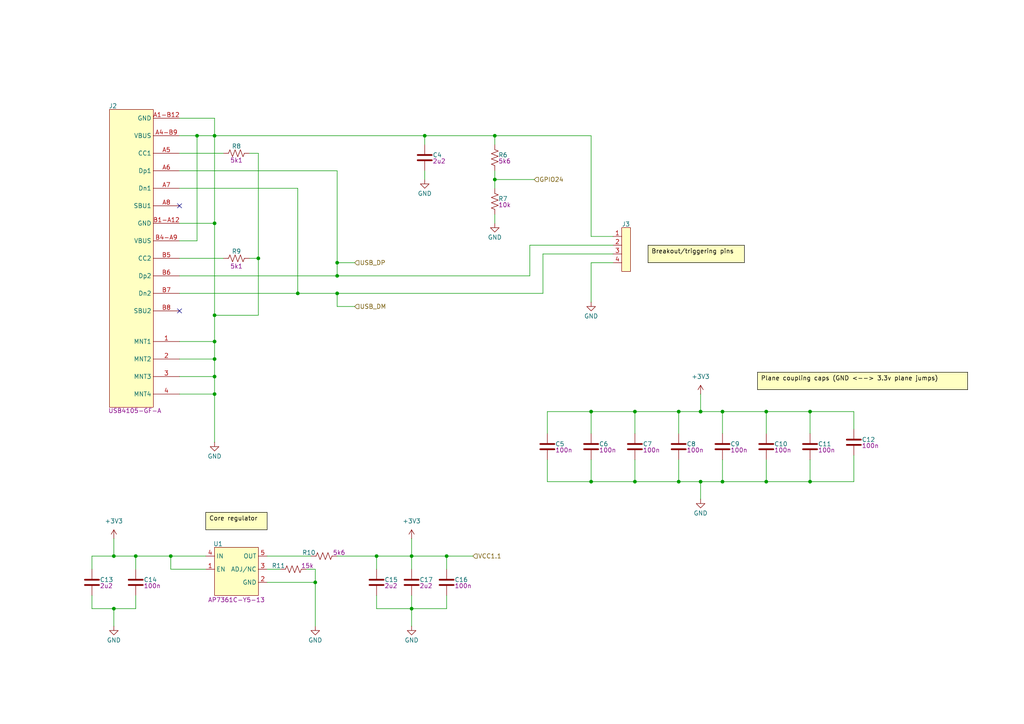
<source format=kicad_sch>
(kicad_sch (version 20231120) (generator "eeschema") (generator_version "8.0")
  (paper "A4")
  (lib_symbols
    (symbol "0603_Yageo_Res:RES_10k_0603" (pin_numbers hide)
      (property "Reference" "R" (at -20.32 5.08 0))
      (property "Display Value" "10k" (at 15.24 5.08 0))
      (symbol "RES_10k_0603_0_1"
        (polyline (pts (xy -2.286 0) (xy -2.54 0)))
        (polyline (pts (xy 2.286 0) (xy 2.54 0)))
        (polyline (pts (xy -2.286 0) (xy -1.905 1.016) (xy -1.524 0) (xy -1.143 -1.016) (xy -0.762 0)))
        (polyline (pts (xy -0.762 0) (xy -0.381 1.016) (xy 0 0) (xy 0.381 -1.016) (xy 0.762 0)))
        (polyline (pts (xy 0.762 0) (xy 1.143 1.016) (xy 1.524 0) (xy 1.905 -1.016) (xy 2.286 0)))
      )
      (symbol "RES_10k_0603_1_1"
        (pin passive line (at -3.81 0 0) (length 1.27) (name "~") (number "1"))
        (pin passive line (at 3.81 0 180) (length 1.27) (name "~") (number "2"))
      )
    )
    (symbol "0603_Yageo_Res:RES_15k_0603" (pin_numbers hide)
      (property "Reference" "R" (at -20.32 5.08 0))
      (property "Display Value" "15k" (at 15.24 5.08 0))
      (symbol "RES_15k_0603_0_1"
        (polyline (pts (xy -2.286 0) (xy -2.54 0)))
        (polyline (pts (xy 2.286 0) (xy 2.54 0)))
        (polyline (pts (xy -2.286 0) (xy -1.905 1.016) (xy -1.524 0) (xy -1.143 -1.016) (xy -0.762 0)))
        (polyline (pts (xy -0.762 0) (xy -0.381 1.016) (xy 0 0) (xy 0.381 -1.016) (xy 0.762 0)))
        (polyline (pts (xy 0.762 0) (xy 1.143 1.016) (xy 1.524 0) (xy 1.905 -1.016) (xy 2.286 0)))
      )
      (symbol "RES_15k_0603_1_1"
        (pin passive line (at -3.81 0 0) (length 1.27) (name "~") (number "1"))
        (pin passive line (at 3.81 0 180) (length 1.27) (name "~") (number "2"))
      )
    )
    (symbol "0603_Yageo_Res:RES_5k1_0603" (pin_numbers hide)
      (property "Reference" "R" (at -20.32 5.08 0))
      (property "Display Value" "5k1" (at 15.24 5.08 0))
      (symbol "RES_5k1_0603_0_1"
        (polyline (pts (xy -2.286 0) (xy -2.54 0)))
        (polyline (pts (xy 2.286 0) (xy 2.54 0)))
        (polyline (pts (xy -2.286 0) (xy -1.905 1.016) (xy -1.524 0) (xy -1.143 -1.016) (xy -0.762 0)))
        (polyline (pts (xy -0.762 0) (xy -0.381 1.016) (xy 0 0) (xy 0.381 -1.016) (xy 0.762 0)))
        (polyline (pts (xy 0.762 0) (xy 1.143 1.016) (xy 1.524 0) (xy 1.905 -1.016) (xy 2.286 0)))
      )
      (symbol "RES_5k1_0603_1_1"
        (pin passive line (at -3.81 0 0) (length 1.27) (name "~") (number "1"))
        (pin passive line (at 3.81 0 180) (length 1.27) (name "~") (number "2"))
      )
    )
    (symbol "0603_Yageo_Res:RES_5k6_0603" (pin_numbers hide)
      (property "Reference" "R" (at -20.32 5.08 0))
      (property "Display Value" "5k6" (at 15.24 5.08 0))
      (symbol "RES_5k6_0603_0_1"
        (polyline (pts (xy -2.286 0) (xy -2.54 0)))
        (polyline (pts (xy 2.286 0) (xy 2.54 0)))
        (polyline (pts (xy -2.286 0) (xy -1.905 1.016) (xy -1.524 0) (xy -1.143 -1.016) (xy -0.762 0)))
        (polyline (pts (xy -0.762 0) (xy -0.381 1.016) (xy 0 0) (xy 0.381 -1.016) (xy 0.762 0)))
        (polyline (pts (xy 0.762 0) (xy 1.143 1.016) (xy 1.524 0) (xy 1.905 -1.016) (xy 2.286 0)))
      )
      (symbol "RES_5k6_0603_1_1"
        (pin passive line (at -3.81 0 0) (length 1.27) (name "~") (number "1"))
        (pin passive line (at 3.81 0 180) (length 1.27) (name "~") (number "2"))
      )
    )
    (symbol "NAE_Connectors:FP-USB4105-GF-A-MF"
      (property "Reference" "J" (at -10.16 5.08 0))
      (property "Display Value" "USB4105-GF-A" (at -5.08 -86.36 0))
      (symbol "FP-USB4105-GF-A-MF_1_1"
        (rectangle (start -12.7 2.54) (end 0 -83.82) (fill (type background)))
        (pin unspecified line (at 7.62 -64.77 180) (length 7.62) (name "MNT1") (number "1"))
        (pin unspecified line (at 7.62 -69.85 180) (length 7.62) (name "MNT2") (number "2"))
        (pin unspecified line (at 7.62 -74.93 180) (length 7.62) (name "MNT3") (number "3"))
        (pin unspecified line (at 7.62 -80.01 180) (length 7.62) (name "MNT4") (number "4"))
        (pin unspecified line (at 7.62 0 180) (length 7.62) (name "GND") (number "A1-B12"))
        (pin unspecified line (at 7.62 -5.08 180) (length 7.62) (name "VBUS") (number "A4-B9"))
        (pin unspecified line (at 7.62 -10.16 180) (length 7.62) (name "CC1") (number "A5"))
        (pin unspecified line (at 7.62 -15.24 180) (length 7.62) (name "Dp1") (number "A6"))
        (pin unspecified line (at 7.62 -20.32 180) (length 7.62) (name "Dn1") (number "A7"))
        (pin unspecified line (at 7.62 -25.4 180) (length 7.62) (name "SBU1") (number "A8"))
        (pin unspecified line (at 7.62 -30.48 180) (length 7.62) (name "GND") (number "B1-A12"))
        (pin unspecified line (at 7.62 -35.56 180) (length 7.62) (name "VBUS") (number "B4-A9"))
        (pin unspecified line (at 7.62 -40.64 180) (length 7.62) (name "CC2") (number "B5"))
        (pin unspecified line (at 7.62 -45.72 180) (length 7.62) (name "Dp2") (number "B6"))
        (pin unspecified line (at 7.62 -50.8 180) (length 7.62) (name "Dn2") (number "B7"))
        (pin unspecified line (at 7.62 -55.88 180) (length 7.62) (name "SBU2") (number "B8"))
      )
    )
    (symbol "NAE_Connectors:VERT_HDR_4_2.54mm"
      (property "Reference" "J" (at -0.762 3.556 0))
      (symbol "VERT_HDR_4_2.54mm_1_1"
        (rectangle (start -1.27 2.54) (end 1.27 -10.16) (fill (type background)))
        (pin unspecified line (at -3.81 0 0) (length 2.54) (name "") (number "1"))
        (pin unspecified line (at -3.81 -2.54 0) (length 2.54) (name "") (number "2"))
        (pin unspecified line (at -3.81 -5.08 0) (length 2.54) (name "") (number "3"))
        (pin unspecified line (at -3.81 -7.62 0) (length 2.54) (name "") (number "4"))
      )
    )
    (symbol "NAE_Integrated_Circuits:AP7361C-Y5-13"
      (property "Reference" "U" (at -5.08 3.81 0))
      (property "Display Value" "AP7361C-Y5-13" (at 0 -12.7 0))
      (symbol "AP7361C-Y5-13_1_1"
        (rectangle (start -6.35 2.54) (end 6.35 -11.43) (fill (type background)))
        (pin unspecified line (at -8.89 -3.81 0) (length 2.54) (name "EN") (number "1"))
        (pin unspecified line (at 8.89 -7.62 180) (length 2.54) (name "GND") (number "2"))
        (pin unspecified line (at 8.89 -3.81 180) (length 2.54) (name "ADJ/NC") (number "3"))
        (pin unspecified line (at -8.89 0 0) (length 2.54) (name "IN") (number "4"))
        (pin unspecified line (at 8.89 0 180) (length 2.54) (name "OUT") (number "5"))
      )
    )
    (symbol "nae_caps:CAP_100n_6.3V_0603" (pin_numbers hide)
      (property "Reference" "C" (at -20.32 5.08 0))
      (property "Display Value" "100n" (at 15.24 5.08 0))
      (symbol "CAP_100n_6.3V_0603_0_1"
        (polyline (pts (xy -0.762 -2.032) (xy -0.762 2.032)) (stroke (width 0.508)))
        (polyline (pts (xy 0.762 -2.032) (xy 0.762 2.032)) (stroke (width 0.508)))
      )
      (symbol "CAP_100n_6.3V_0603_1_1"
        (pin passive line (at -3.81 0 0) (length 2.794) (name "~") (number "1"))
        (pin passive line (at 3.81 0 180) (length 2.794) (name "~") (number "2"))
      )
    )
    (symbol "nae_caps:CAP_2u2_6.3V_0603" (pin_numbers hide)
      (property "Reference" "C" (at -20.32 5.08 0))
      (property "Display Value" "2u2" (at 15.24 5.08 0))
      (symbol "CAP_2u2_6.3V_0603_0_1"
        (polyline (pts (xy -0.762 -2.032) (xy -0.762 2.032)) (stroke (width 0.508)))
        (polyline (pts (xy 0.762 -2.032) (xy 0.762 2.032)) (stroke (width 0.508)))
      )
      (symbol "CAP_2u2_6.3V_0603_1_1"
        (pin passive line (at -3.81 0 0) (length 2.794) (name "~") (number "1"))
        (pin passive line (at 3.81 0 180) (length 2.794) (name "~") (number "2"))
      )
    )
    (symbol "power:+3V3" (power) (pin_numbers hide) (pin_names (offset 0) hide)
      (property "Value" "+3V3" (at 0 3.556 0))
      (symbol "+3V3_0_1"
        (polyline (pts (xy -0.762 1.27) (xy 0 2.54)))
        (polyline (pts (xy 0 0) (xy 0 2.54)))
        (polyline (pts (xy 0 2.54) (xy 0.762 1.27)))
      )
      (symbol "+3V3_1_1"
        (pin power_in line (at 0 0 90) (length 0) (name "~") (number "1"))
      )
    )
    (symbol "power:GND" (power) (pin_numbers hide) (pin_names (offset 0) hide)
      (property "Value" "GND" (at 0 -3.81 0))
      (symbol "GND_0_1"
        (polyline (pts (xy 0 0) (xy 0 -1.27) (xy 1.27 -1.27) (xy 0 -2.54) (xy -1.27 -1.27) (xy 0 -1.27)))
      )
      (symbol "GND_1_1"
        (pin power_in line (at 0 0 270) (length 0) (name "~") (number "1"))
      )
    )
  )
  (junction (at 62.23 39.37))
  (junction (at 209.55 119.38))
  (junction (at 74.93 74.93))
  (junction (at 39.37 161.29))
  (junction (at 62.23 64.77))
  (junction (at 49.53 161.29))
  (junction (at 86.36 85.09))
  (junction (at 209.55 139.7))
  (junction (at 97.79 85.09))
  (junction (at 129.54 161.29))
  (junction (at 123.19 39.37))
  (junction (at 171.45 119.38))
  (junction (at 97.79 80.01))
  (junction (at 184.15 119.38))
  (junction (at 143.51 39.37))
  (junction (at 97.79 76.2))
  (junction (at 171.45 139.7))
  (junction (at 33.02 176.53))
  (junction (at 234.95 119.38))
  (junction (at 184.15 139.7))
  (junction (at 91.44 168.91))
  (junction (at 143.51 52.07))
  (junction (at 203.2 119.38))
  (junction (at 62.23 109.22))
  (junction (at 196.85 139.7))
  (junction (at 119.38 161.29))
  (junction (at 222.25 119.38))
  (junction (at 62.23 104.14))
  (junction (at 57.15 39.37))
  (junction (at 119.38 176.53))
  (junction (at 109.22 161.29))
  (junction (at 62.23 91.44))
  (junction (at 203.2 139.7))
  (junction (at 222.25 139.7))
  (junction (at 33.02 161.29))
  (junction (at 234.95 139.7))
  (junction (at 62.23 99.06))
  (junction (at 196.85 119.38))
  (junction (at 62.23 114.3))
  (no_connect (at 52.07 59.69))
  (no_connect (at 52.07 90.17))
  (wire (pts (xy 171.45 133.35) (xy 171.45 139.7)))
  (wire (pts (xy 52.07 74.93) (xy 64.77 74.93)))
  (wire (pts (xy 234.95 119.38) (xy 247.65 119.38)))
  (wire (pts (xy 247.65 139.7) (xy 247.65 132.08)))
  (wire (pts (xy 209.55 139.7) (xy 222.25 139.7)))
  (wire (pts (xy 153.67 71.12) (xy 153.67 80.01)))
  (wire (pts (xy 171.45 68.58) (xy 177.8 68.58)))
  (wire (pts (xy 39.37 176.53) (xy 39.37 172.72)))
  (wire (pts (xy 26.67 176.53) (xy 33.02 176.53)))
  (wire (pts (xy 209.55 119.38) (xy 209.55 125.73)))
  (wire (pts (xy 52.07 69.85) (xy 57.15 69.85)))
  (wire (pts (xy 196.85 133.35) (xy 196.85 139.7)))
  (wire (pts (xy 52.07 99.06) (xy 62.23 99.06)))
  (wire (pts (xy 247.65 119.38) (xy 247.65 124.46)))
  (wire (pts (xy 62.23 34.29) (xy 62.23 39.37)))
  (wire (pts (xy 77.47 165.1) (xy 81.28 165.1)))
  (wire (pts (xy 52.07 49.53) (xy 97.79 49.53)))
  (wire (pts (xy 88.9 165.1) (xy 91.44 165.1)))
  (wire (pts (xy 33.02 176.53) (xy 33.02 181.61)))
  (wire (pts (xy 109.22 161.29) (xy 119.38 161.29)))
  (wire (pts (xy 171.45 76.2) (xy 171.45 87.63)))
  (wire (pts (xy 97.79 85.09) (xy 157.48 85.09)))
  (wire (pts (xy 203.2 139.7) (xy 203.2 144.78)))
  (wire (pts (xy 129.54 161.29) (xy 129.54 165.1)))
  (wire (pts (xy 184.15 139.7) (xy 196.85 139.7)))
  (wire (pts (xy 62.23 64.77) (xy 62.23 91.44)))
  (wire (pts (xy 171.45 119.38) (xy 184.15 119.38)))
  (wire (pts (xy 119.38 161.29) (xy 129.54 161.29)))
  (wire (pts (xy 62.23 109.22) (xy 62.23 114.3)))
  (wire (pts (xy 26.67 161.29) (xy 26.67 165.1)))
  (wire (pts (xy 234.95 119.38) (xy 234.95 125.73)))
  (wire (pts (xy 52.07 104.14) (xy 62.23 104.14)))
  (wire (pts (xy 97.79 85.09) (xy 86.36 85.09)))
  (wire (pts (xy 119.38 172.72) (xy 119.38 176.53)))
  (wire (pts (xy 62.23 114.3) (xy 62.23 128.27)))
  (wire (pts (xy 72.39 44.45) (xy 74.93 44.45)))
  (wire (pts (xy 59.69 165.1) (xy 49.53 165.1)))
  (wire (pts (xy 97.79 161.29) (xy 109.22 161.29)))
  (wire (pts (xy 62.23 39.37) (xy 123.19 39.37)))
  (wire (pts (xy 62.23 104.14) (xy 62.23 109.22)))
  (wire (pts (xy 26.67 172.72) (xy 26.67 176.53)))
  (wire (pts (xy 97.79 80.01) (xy 97.79 76.2)))
  (wire (pts (xy 158.75 139.7) (xy 171.45 139.7)))
  (wire (pts (xy 52.07 109.22) (xy 62.23 109.22)))
  (wire (pts (xy 33.02 156.21) (xy 33.02 161.29)))
  (wire (pts (xy 177.8 76.2) (xy 171.45 76.2)))
  (wire (pts (xy 62.23 39.37) (xy 57.15 39.37)))
  (wire (pts (xy 119.38 176.53) (xy 129.54 176.53)))
  (wire (pts (xy 52.07 54.61) (xy 86.36 54.61)))
  (wire (pts (xy 74.93 74.93) (xy 72.39 74.93)))
  (wire (pts (xy 209.55 133.35) (xy 209.55 139.7)))
  (wire (pts (xy 97.79 76.2) (xy 102.87 76.2)))
  (wire (pts (xy 143.51 49.53) (xy 143.51 52.07)))
  (wire (pts (xy 77.47 168.91) (xy 91.44 168.91)))
  (wire (pts (xy 203.2 139.7) (xy 209.55 139.7)))
  (wire (pts (xy 97.79 76.2) (xy 97.79 49.53)))
  (wire (pts (xy 62.23 91.44) (xy 62.23 99.06)))
  (wire (pts (xy 157.48 73.66) (xy 177.8 73.66)))
  (wire (pts (xy 52.07 114.3) (xy 62.23 114.3)))
  (wire (pts (xy 39.37 161.29) (xy 39.37 165.1)))
  (wire (pts (xy 49.53 165.1) (xy 49.53 161.29)))
  (wire (pts (xy 74.93 44.45) (xy 74.93 74.93)))
  (wire (pts (xy 119.38 161.29) (xy 119.38 165.1)))
  (wire (pts (xy 196.85 119.38) (xy 203.2 119.38)))
  (wire (pts (xy 62.23 39.37) (xy 62.23 64.77)))
  (wire (pts (xy 222.25 139.7) (xy 234.95 139.7)))
  (wire (pts (xy 222.25 119.38) (xy 234.95 119.38)))
  (wire (pts (xy 123.19 39.37) (xy 123.19 41.91)))
  (wire (pts (xy 184.15 119.38) (xy 184.15 125.73)))
  (wire (pts (xy 171.45 39.37) (xy 171.45 68.58)))
  (wire (pts (xy 143.51 52.07) (xy 143.51 54.61)))
  (wire (pts (xy 109.22 172.72) (xy 109.22 176.53)))
  (wire (pts (xy 77.47 161.29) (xy 90.17 161.29)))
  (wire (pts (xy 171.45 119.38) (xy 171.45 125.73)))
  (wire (pts (xy 153.67 71.12) (xy 177.8 71.12)))
  (wire (pts (xy 196.85 139.7) (xy 203.2 139.7)))
  (wire (pts (xy 123.19 39.37) (xy 143.51 39.37)))
  (wire (pts (xy 91.44 168.91) (xy 91.44 181.61)))
  (wire (pts (xy 97.79 88.9) (xy 97.79 85.09)))
  (wire (pts (xy 97.79 88.9) (xy 102.87 88.9)))
  (wire (pts (xy 52.07 34.29) (xy 62.23 34.29)))
  (wire (pts (xy 109.22 161.29) (xy 109.22 165.1)))
  (wire (pts (xy 158.75 125.73) (xy 158.75 119.38)))
  (wire (pts (xy 26.67 161.29) (xy 33.02 161.29)))
  (wire (pts (xy 52.07 39.37) (xy 57.15 39.37)))
  (wire (pts (xy 143.51 39.37) (xy 171.45 39.37)))
  (wire (pts (xy 123.19 49.53) (xy 123.19 52.07)))
  (wire (pts (xy 196.85 119.38) (xy 196.85 125.73)))
  (wire (pts (xy 129.54 176.53) (xy 129.54 172.72)))
  (wire (pts (xy 184.15 119.38) (xy 196.85 119.38)))
  (wire (pts (xy 234.95 133.35) (xy 234.95 139.7)))
  (wire (pts (xy 59.69 161.29) (xy 49.53 161.29)))
  (wire (pts (xy 109.22 176.53) (xy 119.38 176.53)))
  (wire (pts (xy 153.67 80.01) (xy 97.79 80.01)))
  (wire (pts (xy 33.02 161.29) (xy 39.37 161.29)))
  (wire (pts (xy 171.45 139.7) (xy 184.15 139.7)))
  (wire (pts (xy 57.15 69.85) (xy 57.15 39.37)))
  (wire (pts (xy 143.51 39.37) (xy 143.51 41.91)))
  (wire (pts (xy 33.02 176.53) (xy 39.37 176.53)))
  (wire (pts (xy 222.25 119.38) (xy 222.25 125.73)))
  (wire (pts (xy 74.93 74.93) (xy 74.93 91.44)))
  (wire (pts (xy 52.07 85.09) (xy 86.36 85.09)))
  (wire (pts (xy 143.51 52.07) (xy 154.94 52.07)))
  (wire (pts (xy 52.07 80.01) (xy 97.79 80.01)))
  (wire (pts (xy 119.38 156.21) (xy 119.38 161.29)))
  (wire (pts (xy 184.15 133.35) (xy 184.15 139.7)))
  (wire (pts (xy 52.07 64.77) (xy 62.23 64.77)))
  (wire (pts (xy 74.93 91.44) (xy 62.23 91.44)))
  (wire (pts (xy 222.25 133.35) (xy 222.25 139.7)))
  (wire (pts (xy 91.44 165.1) (xy 91.44 168.91)))
  (wire (pts (xy 86.36 54.61) (xy 86.36 85.09)))
  (wire (pts (xy 158.75 119.38) (xy 171.45 119.38)))
  (wire (pts (xy 119.38 176.53) (xy 119.38 181.61)))
  (wire (pts (xy 129.54 161.29) (xy 137.16 161.29)))
  (wire (pts (xy 158.75 133.35) (xy 158.75 139.7)))
  (wire (pts (xy 49.53 161.29) (xy 39.37 161.29)))
  (wire (pts (xy 143.51 62.23) (xy 143.51 64.77)))
  (wire (pts (xy 157.48 85.09) (xy 157.48 73.66)))
  (wire (pts (xy 203.2 114.3) (xy 203.2 119.38)))
  (wire (pts (xy 52.07 44.45) (xy 64.77 44.45)))
  (wire (pts (xy 62.23 99.06) (xy 62.23 104.14)))
  (wire (pts (xy 234.95 139.7) (xy 247.65 139.7)))
  (wire (pts (xy 209.55 119.38) (xy 222.25 119.38)))
  (wire (pts (xy 203.2 119.38) (xy 209.55 119.38)))
  (text_box "Plane coupling caps (GND <--> 3.3v plane jumps)" (at 219.71 107.95 0) (size 60.96 5.08) (stroke (width 0) (color 0 0 0 1)) (fill (type color) (color 255 255 194 1)) (effects (font (size 1.27 1.27)) (justify left top)))
  (text_box "Breakout/triggering pins" (at 187.96 71.12 0) (size 27.94 5.08) (stroke (width 0) (color 0 0 0 1)) (fill (type color) (color 255 255 194 1)) (effects (font (size 1.27 1.27)) (justify left top)))
  (text_box "Core regulator" (at 59.69 148.59 0) (size 17.78 5.08) (stroke (width 0) (color 0 0 0 1)) (fill (type color) (color 255 255 194 1)) (effects (font (size 1.27 1.27)) (justify left top)))
  (hierarchical_label "GPIO24" (shape input) (at 154.94 52.07 0))
  (hierarchical_label "VCC1.1" (shape input) (at 137.16 161.29 0))
  (hierarchical_label "USB_DP" (shape input) (at 102.87 76.2 0))
  (hierarchical_label "USB_DM" (shape input) (at 102.87 88.9 0))
  (symbol (lib_id "power:GND") (at 203.2 144.78 0) (unit 1)
    (property "Reference" "#PWR010" (effects (hide yes)))
    (property "Value" "GND" (at 203.2 148.844 0))
    (property "Description" "Power symbol creates a global label with name \"GND\" , ground" (effects (hide yes)))
  )
  (symbol (lib_id "0603_Yageo_Res:RES_10k_0603") (at 143.51 58.42 90) (unit 1)
    (property "Reference" "R7" (at 144.526 57.6581 90) (effects (justify right)))
    (property "Value" "RES_10k_0603" (effects (hide yes)))
    (property "Footprint" "Resistor_SMD:R_0603_1608Metric" (effects (hide yes)))
    (property "Datasheet" "https://www.yageo.com/upload/media/product/products/datasheet/rchip/PYu-RC_Group_51_RoHS_L_12.pdf" (effects (hide yes)))
    (property "Description" "RES 10K OHM 1% 1/10W 0603" (effects (hide yes)))
    (property "Display Value" "10k" (at 144.526 59.436 90) (effects (justify right)))
    (property "Manufacturer" "YAGEO" (effects (hide yes)))
    (property "Manufacturer Part Number" "RC0603FR-0710KL" (effects (hide yes)))
    (property "Supplier 1" "DigiKey" (effects (hide yes)))
    (property "Supplier 1 Part Number" "311-10.0KHRCT-ND" (effects (hide yes)))
    (property "Supplier 2" "no_data" (effects (hide yes)))
    (property "Supplier 2 Part Number" "no_data" (effects (hide yes)))
  )
  (symbol (lib_id "nae_caps:CAP_100n_6.3V_0603") (at 222.25 129.54 90) (unit 1)
    (property "Reference" "C10" (at 224.536 128.7781 90) (effects (justify right)))
    (property "Value" "CAP_100n_6.3V_0603" (effects (hide yes)))
    (property "Footprint" "Capacitor_SMD:C_0603_1608Metric" (effects (hide yes)))
    (property "Datasheet" "https://www.yageo.com/upload/media/product/productsearch/datasheet/mlcc/UPY-GPHC_X7R_6.3V-to-250V_24.pdf" (effects (hide yes)))
    (property "Description" "CAP CER 0.1UF 6.3V X7R 0603" (effects (hide yes)))
    (property "Display Value" "100n" (at 224.536 130.556 90) (effects (justify right)))
    (property "Manufacturer" "YAGEO" (effects (hide yes)))
    (property "Manufacturer Part Number" "CC0603KRX7R5BB104" (effects (hide yes)))
    (property "Supplier 1" "DigiKey" (effects (hide yes)))
    (property "Supplier 1 Part Number" "13-CC0603KRX7R5BB104CT-ND" (effects (hide yes)))
    (property "Supplier 2" "no_data" (effects (hide yes)))
    (property "Supplier 2 Part Number" "no_data" (effects (hide yes)))
  )
  (symbol (lib_id "nae_caps:CAP_100n_6.3V_0603") (at 39.37 168.91 90) (unit 1)
    (property "Reference" "C14" (at 41.656 168.1481 90) (effects (justify right)))
    (property "Value" "CAP_100n_6.3V_0603" (effects (hide yes)))
    (property "Footprint" "Capacitor_SMD:C_0603_1608Metric" (effects (hide yes)))
    (property "Datasheet" "https://www.yageo.com/upload/media/product/productsearch/datasheet/mlcc/UPY-GPHC_X7R_6.3V-to-250V_24.pdf" (effects (hide yes)))
    (property "Description" "CAP CER 0.1UF 6.3V X7R 0603" (effects (hide yes)))
    (property "Display Value" "100n" (at 41.656 169.926 90) (effects (justify right)))
    (property "Manufacturer" "YAGEO" (effects (hide yes)))
    (property "Manufacturer Part Number" "CC0603KRX7R5BB104" (effects (hide yes)))
    (property "Supplier 1" "DigiKey" (effects (hide yes)))
    (property "Supplier 1 Part Number" "13-CC0603KRX7R5BB104CT-ND" (effects (hide yes)))
    (property "Supplier 2" "no_data" (effects (hide yes)))
    (property "Supplier 2 Part Number" "no_data" (effects (hide yes)))
  )
  (symbol (lib_id "nae_caps:CAP_2u2_6.3V_0603") (at 26.67 168.91 90) (unit 1)
    (property "Reference" "C13" (at 28.956 168.148 90) (effects (justify right)))
    (property "Value" "CAP_2u2_6.3V_0603" (effects (hide yes)))
    (property "Footprint" "Capacitor_SMD:C_0603_1608Metric" (effects (hide yes)))
    (property "Datasheet" "https://www.yageo.com/upload/media/product/productsearch/datasheet/mlcc/UPY-GPHC_X7R_6.3V-to-250V_24.pdf" (effects (hide yes)))
    (property "Description" "CAP CER 2.2UF 6.3V X7R 0603" (effects (hide yes)))
    (property "Display Value" "2u2" (at 28.956 169.926 90) (effects (justify right)))
    (property "Manufacturer" "YAGEO" (effects (hide yes)))
    (property "Manufacturer Part Number" "CC0603KRX7R5BB225" (effects (hide yes)))
    (property "Supplier 1" "DigiKey" (effects (hide yes)))
    (property "Supplier 1 Part Number" "311-1795-1-ND" (effects (hide yes)))
    (property "Supplier 2" "no_data" (effects (hide yes)))
    (property "Supplier 2 Part Number" "no_data" (effects (hide yes)))
  )
  (symbol (lib_id "nae_caps:CAP_100n_6.3V_0603") (at 129.54 168.91 90) (unit 1)
    (property "Reference" "C16" (at 131.826 168.1481 90) (effects (justify right)))
    (property "Value" "CAP_100n_6.3V_0603" (effects (hide yes)))
    (property "Footprint" "Capacitor_SMD:C_0603_1608Metric" (effects (hide yes)))
    (property "Datasheet" "https://www.yageo.com/upload/media/product/productsearch/datasheet/mlcc/UPY-GPHC_X7R_6.3V-to-250V_24.pdf" (effects (hide yes)))
    (property "Description" "CAP CER 0.1UF 6.3V X7R 0603" (effects (hide yes)))
    (property "Display Value" "100n" (at 131.826 169.926 90) (effects (justify right)))
    (property "Manufacturer" "YAGEO" (effects (hide yes)))
    (property "Manufacturer Part Number" "CC0603KRX7R5BB104" (effects (hide yes)))
    (property "Supplier 1" "DigiKey" (effects (hide yes)))
    (property "Supplier 1 Part Number" "13-CC0603KRX7R5BB104CT-ND" (effects (hide yes)))
    (property "Supplier 2" "no_data" (effects (hide yes)))
    (property "Supplier 2 Part Number" "no_data" (effects (hide yes)))
  )
  (symbol (lib_id "nae_caps:CAP_100n_6.3V_0603") (at 171.45 129.54 90) (unit 1)
    (property "Reference" "C6" (at 173.736 128.7781 90) (effects (justify right)))
    (property "Value" "CAP_100n_6.3V_0603" (effects (hide yes)))
    (property "Footprint" "Capacitor_SMD:C_0603_1608Metric" (effects (hide yes)))
    (property "Datasheet" "https://www.yageo.com/upload/media/product/productsearch/datasheet/mlcc/UPY-GPHC_X7R_6.3V-to-250V_24.pdf" (effects (hide yes)))
    (property "Description" "CAP CER 0.1UF 6.3V X7R 0603" (effects (hide yes)))
    (property "Display Value" "100n" (at 173.736 130.556 90) (effects (justify right)))
    (property "Manufacturer" "YAGEO" (effects (hide yes)))
    (property "Manufacturer Part Number" "CC0603KRX7R5BB104" (effects (hide yes)))
    (property "Supplier 1" "DigiKey" (effects (hide yes)))
    (property "Supplier 1 Part Number" "13-CC0603KRX7R5BB104CT-ND" (effects (hide yes)))
    (property "Supplier 2" "no_data" (effects (hide yes)))
    (property "Supplier 2 Part Number" "no_data" (effects (hide yes)))
  )
  (symbol (lib_id "power:+3V3") (at 33.02 156.21 0) (unit 1)
    (property "Reference" "#PWR013" (effects (hide yes)))
    (property "Value" "+3V3" (at 33.02 151.13 0))
    (property "Description" "Power symbol creates a global label with name \"+3V3\"" (effects (hide yes)))
  )
  (symbol (lib_id "NAE_Connectors:VERT_HDR_4_2.54mm") (at 181.61 68.58 0) (unit 1)
    (property "Reference" "J3" (at 180.34 65.024 0) (effects (justify left)))
    (property "Value" "HDR_4_2.54" (effects (hide yes)))
    (property "Footprint" "Connector_PinHeader_2.54mm:PinHeader_1x04_P2.54mm_Vertical" (effects (hide yes)))
    (property "Datasheet" "https://suddendocs.samtec.com/catalog_english/mtsw.pdf" (effects (hide yes)))
    (property "Description" "CONN HEADER VERT 4POS 2.54MM" (effects (hide yes)))
    (property "Display Value" "HDR" (effects (hide yes)))
    (property "Manufacturer" "Samtec Inc." (effects (hide yes)))
    (property "Manufacturer Part Number" "HMTSW-104-23-L-S-237" (effects (hide yes)))
    (property "Supplier 1" "DigiKey" (effects (hide yes)))
    (property "Supplier 1 Part Number" "612-HMTSW-104-23-L-S-237-ND" (effects (hide yes)))
  )
  (symbol (lib_id "nae_caps:CAP_100n_6.3V_0603") (at 209.55 129.54 90) (unit 1)
    (property "Reference" "C9" (at 211.836 128.7781 90) (effects (justify right)))
    (property "Value" "CAP_100n_6.3V_0603" (effects (hide yes)))
    (property "Footprint" "Capacitor_SMD:C_0603_1608Metric" (effects (hide yes)))
    (property "Datasheet" "https://www.yageo.com/upload/media/product/productsearch/datasheet/mlcc/UPY-GPHC_X7R_6.3V-to-250V_24.pdf" (effects (hide yes)))
    (property "Description" "CAP CER 0.1UF 6.3V X7R 0603" (effects (hide yes)))
    (property "Display Value" "100n" (at 211.836 130.556 90) (effects (justify right)))
    (property "Manufacturer" "YAGEO" (effects (hide yes)))
    (property "Manufacturer Part Number" "CC0603KRX7R5BB104" (effects (hide yes)))
    (property "Supplier 1" "DigiKey" (effects (hide yes)))
    (property "Supplier 1 Part Number" "13-CC0603KRX7R5BB104CT-ND" (effects (hide yes)))
    (property "Supplier 2" "no_data" (effects (hide yes)))
    (property "Supplier 2 Part Number" "no_data" (effects (hide yes)))
  )
  (symbol (lib_id "power:GND") (at 143.51 64.77 0) (unit 1)
    (property "Reference" "#PWR08" (effects (hide yes)))
    (property "Value" "GND" (at 143.51 68.834 0))
    (property "Description" "Power symbol creates a global label with name \"GND\" , ground" (effects (hide yes)))
  )
  (symbol (lib_id "power:GND") (at 91.44 181.61 0) (unit 1)
    (property "Reference" "#PWR014" (effects (hide yes)))
    (property "Value" "GND" (at 91.44 185.674 0))
    (property "Description" "Power symbol creates a global label with name \"GND\" , ground" (effects (hide yes)))
  )
  (symbol (lib_id "power:GND") (at 33.02 181.61 0) (unit 1)
    (property "Reference" "#PWR012" (effects (hide yes)))
    (property "Value" "GND" (at 33.02 185.674 0))
    (property "Description" "Power symbol creates a global label with name \"GND\" , ground" (effects (hide yes)))
  )
  (symbol (lib_id "nae_caps:CAP_100n_6.3V_0603") (at 196.85 129.54 90) (unit 1)
    (property "Reference" "C8" (at 199.136 128.7781 90) (effects (justify right)))
    (property "Value" "CAP_100n_6.3V_0603" (effects (hide yes)))
    (property "Footprint" "Capacitor_SMD:C_0603_1608Metric" (effects (hide yes)))
    (property "Datasheet" "https://www.yageo.com/upload/media/product/productsearch/datasheet/mlcc/UPY-GPHC_X7R_6.3V-to-250V_24.pdf" (effects (hide yes)))
    (property "Description" "CAP CER 0.1UF 6.3V X7R 0603" (effects (hide yes)))
    (property "Display Value" "100n" (at 199.136 130.556 90) (effects (justify right)))
    (property "Manufacturer" "YAGEO" (effects (hide yes)))
    (property "Manufacturer Part Number" "CC0603KRX7R5BB104" (effects (hide yes)))
    (property "Supplier 1" "DigiKey" (effects (hide yes)))
    (property "Supplier 1 Part Number" "13-CC0603KRX7R5BB104CT-ND" (effects (hide yes)))
    (property "Supplier 2" "no_data" (effects (hide yes)))
    (property "Supplier 2 Part Number" "no_data" (effects (hide yes)))
  )
  (symbol (lib_id "power:+3V3") (at 203.2 114.3 0) (unit 1)
    (property "Reference" "#PWR011" (effects (hide yes)))
    (property "Value" "+3V3" (at 203.2 109.22 0))
    (property "Description" "Power symbol creates a global label with name \"+3V3\"" (effects (hide yes)))
  )
  (symbol (lib_id "power:+3V3") (at 119.38 156.21 0) (unit 1)
    (property "Reference" "#PWR015" (effects (hide yes)))
    (property "Value" "+3V3" (at 119.38 151.13 0))
    (property "Description" "Power symbol creates a global label with name \"+3V3\"" (effects (hide yes)))
  )
  (symbol (lib_id "power:GND") (at 123.19 52.07 0) (unit 1)
    (property "Reference" "#PWR07" (effects (hide yes)))
    (property "Value" "GND" (at 123.19 56.134 0))
    (property "Description" "Power symbol creates a global label with name \"GND\" , ground" (effects (hide yes)))
  )
  (symbol (lib_id "nae_caps:CAP_100n_6.3V_0603") (at 158.75 129.54 90) (unit 1)
    (property "Reference" "C5" (at 161.036 128.7781 90) (effects (justify right)))
    (property "Value" "CAP_100n_6.3V_0603" (effects (hide yes)))
    (property "Footprint" "Capacitor_SMD:C_0603_1608Metric" (effects (hide yes)))
    (property "Datasheet" "https://www.yageo.com/upload/media/product/productsearch/datasheet/mlcc/UPY-GPHC_X7R_6.3V-to-250V_24.pdf" (effects (hide yes)))
    (property "Description" "CAP CER 0.1UF 6.3V X7R 0603" (effects (hide yes)))
    (property "Display Value" "100n" (at 161.036 130.556 90) (effects (justify right)))
    (property "Manufacturer" "YAGEO" (effects (hide yes)))
    (property "Manufacturer Part Number" "CC0603KRX7R5BB104" (effects (hide yes)))
    (property "Supplier 1" "DigiKey" (effects (hide yes)))
    (property "Supplier 1 Part Number" "13-CC0603KRX7R5BB104CT-ND" (effects (hide yes)))
    (property "Supplier 2" "no_data" (effects (hide yes)))
    (property "Supplier 2 Part Number" "no_data" (effects (hide yes)))
  )
  (symbol (lib_id "nae_caps:CAP_2u2_6.3V_0603") (at 119.38 168.91 90) (unit 1)
    (property "Reference" "C17" (at 121.666 168.148 90) (effects (justify right)))
    (property "Value" "CAP_2u2_6.3V_0603" (effects (hide yes)))
    (property "Footprint" "Capacitor_SMD:C_0603_1608Metric" (effects (hide yes)))
    (property "Datasheet" "https://www.yageo.com/upload/media/product/productsearch/datasheet/mlcc/UPY-GPHC_X7R_6.3V-to-250V_24.pdf" (effects (hide yes)))
    (property "Description" "CAP CER 2.2UF 6.3V X7R 0603" (effects (hide yes)))
    (property "Display Value" "2u2" (at 121.666 169.926 90) (effects (justify right)))
    (property "Manufacturer" "YAGEO" (effects (hide yes)))
    (property "Manufacturer Part Number" "CC0603KRX7R5BB225" (effects (hide yes)))
    (property "Supplier 1" "DigiKey" (effects (hide yes)))
    (property "Supplier 1 Part Number" "311-1795-1-ND" (effects (hide yes)))
    (property "Supplier 2" "no_data" (effects (hide yes)))
    (property "Supplier 2 Part Number" "no_data" (effects (hide yes)))
  )
  (symbol (lib_id "nae_caps:CAP_100n_6.3V_0603") (at 184.15 129.54 90) (unit 1)
    (property "Reference" "C7" (at 186.436 128.7781 90) (effects (justify right)))
    (property "Value" "CAP_100n_6.3V_0603" (effects (hide yes)))
    (property "Footprint" "Capacitor_SMD:C_0603_1608Metric" (effects (hide yes)))
    (property "Datasheet" "https://www.yageo.com/upload/media/product/productsearch/datasheet/mlcc/UPY-GPHC_X7R_6.3V-to-250V_24.pdf" (effects (hide yes)))
    (property "Description" "CAP CER 0.1UF 6.3V X7R 0603" (effects (hide yes)))
    (property "Display Value" "100n" (at 186.436 130.556 90) (effects (justify right)))
    (property "Manufacturer" "YAGEO" (effects (hide yes)))
    (property "Manufacturer Part Number" "CC0603KRX7R5BB104" (effects (hide yes)))
    (property "Supplier 1" "DigiKey" (effects (hide yes)))
    (property "Supplier 1 Part Number" "13-CC0603KRX7R5BB104CT-ND" (effects (hide yes)))
    (property "Supplier 2" "no_data" (effects (hide yes)))
    (property "Supplier 2 Part Number" "no_data" (effects (hide yes)))
  )
  (symbol (lib_id "nae_caps:CAP_100n_6.3V_0603") (at 234.95 129.54 90) (unit 1)
    (property "Reference" "C11" (at 237.236 128.7781 90) (effects (justify right)))
    (property "Value" "CAP_100n_6.3V_0603" (effects (hide yes)))
    (property "Footprint" "Capacitor_SMD:C_0603_1608Metric" (effects (hide yes)))
    (property "Datasheet" "https://www.yageo.com/upload/media/product/productsearch/datasheet/mlcc/UPY-GPHC_X7R_6.3V-to-250V_24.pdf" (effects (hide yes)))
    (property "Description" "CAP CER 0.1UF 6.3V X7R 0603" (effects (hide yes)))
    (property "Display Value" "100n" (at 237.236 130.556 90) (effects (justify right)))
    (property "Manufacturer" "YAGEO" (effects (hide yes)))
    (property "Manufacturer Part Number" "CC0603KRX7R5BB104" (effects (hide yes)))
    (property "Supplier 1" "DigiKey" (effects (hide yes)))
    (property "Supplier 1 Part Number" "13-CC0603KRX7R5BB104CT-ND" (effects (hide yes)))
    (property "Supplier 2" "no_data" (effects (hide yes)))
    (property "Supplier 2 Part Number" "no_data" (effects (hide yes)))
  )
  (symbol (lib_id "nae_caps:CAP_2u2_6.3V_0603") (at 109.22 168.91 90) (unit 1)
    (property "Reference" "C15" (at 111.506 168.148 90) (effects (justify right)))
    (property "Value" "CAP_2u2_6.3V_0603" (effects (hide yes)))
    (property "Footprint" "Capacitor_SMD:C_0603_1608Metric" (effects (hide yes)))
    (property "Datasheet" "https://www.yageo.com/upload/media/product/productsearch/datasheet/mlcc/UPY-GPHC_X7R_6.3V-to-250V_24.pdf" (effects (hide yes)))
    (property "Description" "CAP CER 2.2UF 6.3V X7R 0603" (effects (hide yes)))
    (property "Display Value" "2u2" (at 111.506 169.926 90) (effects (justify right)))
    (property "Manufacturer" "YAGEO" (effects (hide yes)))
    (property "Manufacturer Part Number" "CC0603KRX7R5BB225" (effects (hide yes)))
    (property "Supplier 1" "DigiKey" (effects (hide yes)))
    (property "Supplier 1 Part Number" "311-1795-1-ND" (effects (hide yes)))
    (property "Supplier 2" "no_data" (effects (hide yes)))
    (property "Supplier 2 Part Number" "no_data" (effects (hide yes)))
  )
  (symbol (lib_id "0603_Yageo_Res:RES_5k1_0603") (at 68.58 44.45 180) (unit 1)
    (property "Reference" "R8" (at 68.58 42.418 0))
    (property "Value" "RES_5k1_0603" (effects (hide yes)))
    (property "Footprint" "Resistor_SMD:R_0603_1608Metric" (effects (hide yes)))
    (property "Datasheet" "https://www.yageo.com/upload/media/product/products/datasheet/rchip/PYu-RC_Group_51_RoHS_L_12.pdf" (effects (hide yes)))
    (property "Description" "RES 5.1K OHM 1% 1/10W 0603" (effects (hide yes)))
    (property "Display Value" "5k1" (at 68.58 46.482 0))
    (property "Manufacturer" "YAGEO" (effects (hide yes)))
    (property "Manufacturer Part Number" "RC0603FR-075K1L" (effects (hide yes)))
    (property "Supplier 1" "DigiKey" (effects (hide yes)))
    (property "Supplier 1 Part Number" "311-5.10KHRCT-ND" (effects (hide yes)))
    (property "Supplier 2" "no_data" (effects (hide yes)))
    (property "Supplier 2 Part Number" "no_data" (effects (hide yes)))
  )
  (symbol (lib_id "nae_caps:CAP_100n_6.3V_0603") (at 247.65 128.27 90) (unit 1)
    (property "Reference" "C12" (at 249.936 127.5081 90) (effects (justify right)))
    (property "Value" "CAP_100n_6.3V_0603" (effects (hide yes)))
    (property "Footprint" "Capacitor_SMD:C_0603_1608Metric" (effects (hide yes)))
    (property "Datasheet" "https://www.yageo.com/upload/media/product/productsearch/datasheet/mlcc/UPY-GPHC_X7R_6.3V-to-250V_24.pdf" (effects (hide yes)))
    (property "Description" "CAP CER 0.1UF 6.3V X7R 0603" (effects (hide yes)))
    (property "Display Value" "100n" (at 249.936 129.286 90) (effects (justify right)))
    (property "Manufacturer" "YAGEO" (effects (hide yes)))
    (property "Manufacturer Part Number" "CC0603KRX7R5BB104" (effects (hide yes)))
    (property "Supplier 1" "DigiKey" (effects (hide yes)))
    (property "Supplier 1 Part Number" "13-CC0603KRX7R5BB104CT-ND" (effects (hide yes)))
    (property "Supplier 2" "no_data" (effects (hide yes)))
    (property "Supplier 2 Part Number" "no_data" (effects (hide yes)))
  )
  (symbol (lib_id "power:GND") (at 171.45 87.63 0) (unit 1)
    (property "Reference" "#PWR09" (effects (hide yes)))
    (property "Value" "GND" (at 171.45 91.694 0))
    (property "Description" "Power symbol creates a global label with name \"GND\" , ground" (effects (hide yes)))
  )
  (symbol (lib_id "0603_Yageo_Res:RES_5k6_0603") (at 93.98 161.29 0) (unit 1)
    (property "Reference" "R10" (at 87.63 160.274 0) (effects (justify left)))
    (property "Value" "RES_5k6_0603" (effects (hide yes)))
    (property "Footprint" "Resistor_SMD:R_0603_1608Metric" (effects (hide yes)))
    (property "Datasheet" "https://www.yageo.com/upload/media/product/products/datasheet/rchip/PYu-RC_Group_51_RoHS_L_12.pdf" (effects (hide yes)))
    (property "Description" "RES 5.6K OHM 1% 1/10W 0603" (effects (hide yes)))
    (property "Display Value" "5k6" (at 96.52 160.274 0) (effects (justify left)))
    (property "Manufacturer" "YAGEO" (effects (hide yes)))
    (property "Manufacturer Part Number" "RC0603FR-075K6L" (effects (hide yes)))
    (property "Supplier 1" "DigiKey" (effects (hide yes)))
    (property "Supplier 1 Part Number" "311-5.60KHRCT-ND" (effects (hide yes)))
    (property "Supplier 2" "no_data" (effects (hide yes)))
    (property "Supplier 2 Part Number" "no_data" (effects (hide yes)))
  )
  (symbol (lib_id "power:GND") (at 62.23 128.27 0) (unit 1)
    (property "Reference" "#PWR06" (effects (hide yes)))
    (property "Value" "GND" (at 62.23 132.334 0))
    (property "Description" "Power symbol creates a global label with name \"GND\" , ground" (effects (hide yes)))
  )
  (symbol (lib_id "nae_caps:CAP_2u2_6.3V_0603") (at 123.19 45.72 90) (unit 1)
    (property "Reference" "C4" (at 125.476 44.958 90) (effects (justify right)))
    (property "Value" "CAP_2u2_6.3V_0603" (effects (hide yes)))
    (property "Footprint" "Capacitor_SMD:C_0603_1608Metric" (effects (hide yes)))
    (property "Datasheet" "https://www.yageo.com/upload/media/product/productsearch/datasheet/mlcc/UPY-GPHC_X7R_6.3V-to-250V_24.pdf" (effects (hide yes)))
    (property "Description" "CAP CER 2.2UF 6.3V X7R 0603" (effects (hide yes)))
    (property "Display Value" "2u2" (at 125.476 46.736 90) (effects (justify right)))
    (property "Manufacturer" "YAGEO" (effects (hide yes)))
    (property "Manufacturer Part Number" "CC0603KRX7R5BB225" (effects (hide yes)))
    (property "Supplier 1" "DigiKey" (effects (hide yes)))
    (property "Supplier 1 Part Number" "311-1795-1-ND" (effects (hide yes)))
    (property "Supplier 2" "no_data" (effects (hide yes)))
    (property "Supplier 2 Part Number" "no_data" (effects (hide yes)))
  )
  (symbol (lib_id "0603_Yageo_Res:RES_5k6_0603") (at 143.51 45.72 270) (unit 1)
    (property "Reference" "R6" (at 144.526 44.9581 90) (effects (justify left)))
    (property "Value" "RES_5k6_0603" (effects (hide yes)))
    (property "Footprint" "Resistor_SMD:R_0603_1608Metric" (effects (hide yes)))
    (property "Datasheet" "https://www.yageo.com/upload/media/product/products/datasheet/rchip/PYu-RC_Group_51_RoHS_L_12.pdf" (effects (hide yes)))
    (property "Description" "RES 5.6K OHM 1% 1/10W 0603" (effects (hide yes)))
    (property "Display Value" "5k6" (at 144.526 46.736 90) (effects (justify left)))
    (property "Manufacturer" "YAGEO" (effects (hide yes)))
    (property "Manufacturer Part Number" "RC0603FR-075K6L" (effects (hide yes)))
    (property "Supplier 1" "DigiKey" (effects (hide yes)))
    (property "Supplier 1 Part Number" "311-5.60KHRCT-ND" (effects (hide yes)))
    (property "Supplier 2" "no_data" (effects (hide yes)))
    (property "Supplier 2 Part Number" "no_data" (effects (hide yes)))
  )
  (symbol (lib_id "NAE_Connectors:FP-USB4105-GF-A-MF") (at 44.45 34.29 0) (unit 1)
    (property "Reference" "J2" (at 32.766 30.734 0))
    (property "Value" "FP-USB4105-GF-A" (effects (hide yes)))
    (property "Footprint" "Connector_USB:USB_C_Receptacle_GCT_USB4105-xx-A_16P_TopMnt_Horizontal" (effects (hide yes)))
    (property "Datasheet" "https://mm.digikey.com/Volume0/opasdata/d220001/medias/docus/5492/USB4105.pdf" (effects (hide yes)))
    (property "Description" "CONN RCP USB2.0 TYP C 24P SMD RA" (effects (hide yes)))
    (property "Display Value" "USB4105-GF-A" (at 39.116 119.126 0))
    (property "Manufacturer" "GCT" (effects (hide yes)))
    (property "Manufacturer Part Number" "USB4105-GF-A" (effects (hide yes)))
    (property "Supplier 1" "DigiKey" (effects (hide yes)))
    (property "Supplier 1 Part Number" "2073-USB4105-GF-ACT-ND" (effects (hide yes)))
  )
  (symbol (lib_id "0603_Yageo_Res:RES_5k1_0603") (at 68.58 74.93 180) (unit 1)
    (property "Reference" "R9" (at 68.58 72.898 0))
    (property "Value" "RES_5k1_0603" (effects (hide yes)))
    (property "Footprint" "Resistor_SMD:R_0603_1608Metric" (effects (hide yes)))
    (property "Datasheet" "https://www.yageo.com/upload/media/product/products/datasheet/rchip/PYu-RC_Group_51_RoHS_L_12.pdf" (effects (hide yes)))
    (property "Description" "RES 5.1K OHM 1% 1/10W 0603" (effects (hide yes)))
    (property "Display Value" "5k1" (at 68.58 77.216 0))
    (property "Manufacturer" "YAGEO" (effects (hide yes)))
    (property "Manufacturer Part Number" "RC0603FR-075K1L" (effects (hide yes)))
    (property "Supplier 1" "DigiKey" (effects (hide yes)))
    (property "Supplier 1 Part Number" "311-5.10KHRCT-ND" (effects (hide yes)))
    (property "Supplier 2" "no_data" (effects (hide yes)))
    (property "Supplier 2 Part Number" "no_data" (effects (hide yes)))
  )
  (symbol (lib_id "power:GND") (at 119.38 181.61 0) (unit 1)
    (property "Reference" "#PWR016" (effects (hide yes)))
    (property "Value" "GND" (at 119.38 185.674 0))
    (property "Description" "Power symbol creates a global label with name \"GND\" , ground" (effects (hide yes)))
  )
  (symbol (lib_id "NAE_Integrated_Circuits:AP7361C-Y5-13") (at 68.58 161.29 0) (unit 1)
    (property "Reference" "U1" (at 63.246 157.734 0))
    (property "Value" "AP7361C-Y5-13" (effects (hide yes)))
    (property "Footprint" "Package_TO_SOT_SMD:SOT-89-5" (effects (hide yes)))
    (property "Datasheet" "https://www.diodes.com/assets/Datasheets/AP7361C.pdf" (effects (hide yes)))
    (property "Description" "IC REG LINEAR POS ADJ 1A SOT89-5" (effects (hide yes)))
    (property "Display Value" "AP7361C-Y5-13" (at 68.58 173.99 0))
    (property "Manufacturer" "Diodes Incorporated" (effects (hide yes)))
    (property "Manufacturer Part Number" "AP7361C-Y5-13" (effects (hide yes)))
    (property "Supplier 1" "DigiKey" (effects (hide yes)))
    (property "Supplier 1 Part Number" "AP7361C-Y5-13DICT-ND" (effects (hide yes)))
  )
  (symbol (lib_id "0603_Yageo_Res:RES_15k_0603") (at 85.09 165.1 0) (unit 1)
    (property "Reference" "R11" (at 80.772 164.084 0))
    (property "Value" "RES_15k_0603" (effects (hide yes)))
    (property "Footprint" "Resistor_SMD:R_0603_1608Metric" (effects (hide yes)))
    (property "Datasheet" "https://www.yageo.com/upload/media/product/products/datasheet/rchip/PYu-RC_Group_51_RoHS_L_12.pdf" (effects (hide yes)))
    (property "Description" "RES 15K OHM 1% 1/10W 0603" (effects (hide yes)))
    (property "Display Value" "15k" (at 89.154 164.084 0))
    (property "Manufacturer" "YAGEO" (effects (hide yes)))
    (property "Manufacturer Part Number" "RC0603FR-0715KL" (effects (hide yes)))
    (property "Supplier 1" "DigiKey" (effects (hide yes)))
    (property "Supplier 1 Part Number" "311-15.0KHRCT-ND" (effects (hide yes)))
    (property "Supplier 2" "no_data" (effects (hide yes)))
    (property "Supplier 2 Part Number" "no_data" (effects (hide yes)))
  )
)
</source>
